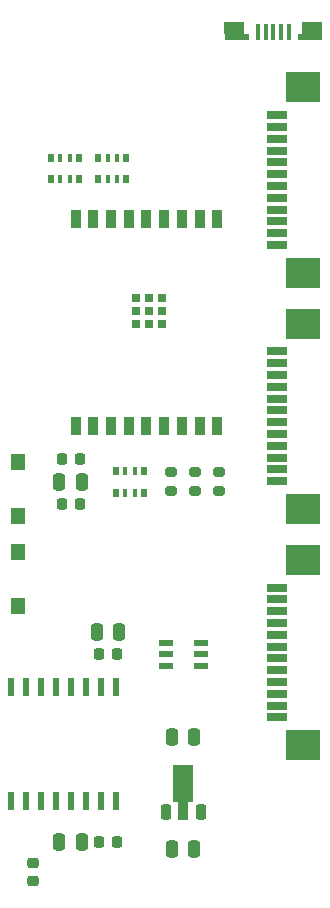
<source format=gbr>
%TF.GenerationSoftware,KiCad,Pcbnew,9.0.2*%
%TF.CreationDate,2025-06-09T09:54:49+03:00*%
%TF.ProjectId,PMMCU-ESP32C3,504d4d43-552d-4455-9350-333243332e6b,rev?*%
%TF.SameCoordinates,Original*%
%TF.FileFunction,Paste,Top*%
%TF.FilePolarity,Positive*%
%FSLAX46Y46*%
G04 Gerber Fmt 4.6, Leading zero omitted, Abs format (unit mm)*
G04 Created by KiCad (PCBNEW 9.0.2) date 2025-06-09 09:54:49*
%MOMM*%
%LPD*%
G01*
G04 APERTURE LIST*
G04 Aperture macros list*
%AMRoundRect*
0 Rectangle with rounded corners*
0 $1 Rounding radius*
0 $2 $3 $4 $5 $6 $7 $8 $9 X,Y pos of 4 corners*
0 Add a 4 corners polygon primitive as box body*
4,1,4,$2,$3,$4,$5,$6,$7,$8,$9,$2,$3,0*
0 Add four circle primitives for the rounded corners*
1,1,$1+$1,$2,$3*
1,1,$1+$1,$4,$5*
1,1,$1+$1,$6,$7*
1,1,$1+$1,$8,$9*
0 Add four rect primitives between the rounded corners*
20,1,$1+$1,$2,$3,$4,$5,0*
20,1,$1+$1,$4,$5,$6,$7,0*
20,1,$1+$1,$6,$7,$8,$9,0*
20,1,$1+$1,$8,$9,$2,$3,0*%
%AMFreePoly0*
4,1,9,3.862500,-0.866500,0.737500,-0.866500,0.737500,-0.450000,-0.737500,-0.450000,-0.737500,0.450000,0.737500,0.450000,0.737500,0.866500,3.862500,0.866500,3.862500,-0.866500,3.862500,-0.866500,$1*%
G04 Aperture macros list end*
%ADD10R,1.803400X0.635000*%
%ADD11R,2.997200X2.590800*%
%ADD12R,1.244600X1.346200*%
%ADD13R,0.889000X1.498600*%
%ADD14R,0.711200X0.711200*%
%ADD15RoundRect,0.225000X0.225000X0.250000X-0.225000X0.250000X-0.225000X-0.250000X0.225000X-0.250000X0*%
%ADD16RoundRect,0.225000X0.225000X-0.425000X0.225000X0.425000X-0.225000X0.425000X-0.225000X-0.425000X0*%
%ADD17FreePoly0,90.000000*%
%ADD18R,0.406400X1.350000*%
%ADD19R,1.679095X1.075150*%
%ADD20R,2.108196X0.525058*%
%ADD21R,0.500000X0.800000*%
%ADD22R,0.400000X0.800000*%
%ADD23RoundRect,0.250000X0.250000X0.475000X-0.250000X0.475000X-0.250000X-0.475000X0.250000X-0.475000X0*%
%ADD24R,0.482600X1.549400*%
%ADD25RoundRect,0.200000X0.275000X-0.200000X0.275000X0.200000X-0.275000X0.200000X-0.275000X-0.200000X0*%
%ADD26R,1.181100X0.558800*%
%ADD27RoundRect,0.225000X-0.225000X-0.250000X0.225000X-0.250000X0.225000X0.250000X-0.225000X0.250000X0*%
%ADD28RoundRect,0.225000X0.250000X-0.225000X0.250000X0.225000X-0.250000X0.225000X-0.250000X-0.225000X0*%
G04 APERTURE END LIST*
D10*
%TO.C,J3*%
X24444000Y24500008D03*
X24444000Y25500006D03*
X24444000Y26500004D03*
X24444000Y27500002D03*
X24444000Y28500000D03*
X24444000Y29500000D03*
X24444000Y30500000D03*
X24444000Y31500000D03*
X24444000Y32499998D03*
X24444000Y33499996D03*
X24444000Y34499994D03*
X24444000Y35499992D03*
D11*
X26614001Y22149997D03*
X26614001Y37850003D03*
%TD*%
D10*
%TO.C,J2*%
X24444000Y4500008D03*
X24444000Y5500006D03*
X24444000Y6500004D03*
X24444000Y7500002D03*
X24444000Y8500000D03*
X24444000Y9500000D03*
X24444000Y10500000D03*
X24444000Y11500000D03*
X24444000Y12499998D03*
X24444000Y13499996D03*
X24444000Y14499994D03*
X24444000Y15499992D03*
D11*
X26614001Y2149997D03*
X26614001Y17850003D03*
%TD*%
D12*
%TO.C,SW2*%
X2540000Y6096000D03*
X2540000Y1524000D03*
%TD*%
D13*
%TO.C,U1*%
X7390002Y9170000D03*
X8890001Y9170000D03*
X10390001Y9170000D03*
X11890000Y9170000D03*
X13390000Y9170000D03*
X14890000Y9170000D03*
X16390002Y9170000D03*
X17890001Y9170000D03*
X19390001Y9170000D03*
X19389998Y26670000D03*
X17889999Y26670000D03*
X16389999Y26670000D03*
X14890000Y26670000D03*
X13390000Y26670000D03*
X11890000Y26670000D03*
X10389998Y26670000D03*
X8889999Y26670000D03*
X7389999Y26670000D03*
D14*
X12490000Y17780000D03*
X13590000Y17780000D03*
X14690000Y17780000D03*
X12490000Y18880000D03*
X13590000Y18880000D03*
X14690000Y18880000D03*
X12490000Y19980000D03*
X13590000Y19980000D03*
X14690000Y19980000D03*
%TD*%
D15*
%TO.C,C8*%
X10935000Y-10160000D03*
X9385000Y-10160000D03*
%TD*%
%TO.C,C1*%
X7760000Y2540000D03*
X6210000Y2540000D03*
%TD*%
D16*
%TO.C,U2*%
X15010000Y-23540000D03*
D17*
X16510000Y-23452500D03*
D16*
X18010000Y-23540000D03*
%TD*%
D18*
%TO.C,J1*%
X25430000Y42527092D03*
X24780014Y42527092D03*
X24130028Y42527092D03*
X23480042Y42527092D03*
D19*
X27444579Y42914733D03*
D20*
X27230029Y42114629D03*
D18*
X22830056Y42527092D03*
D20*
X21030031Y42114621D03*
D19*
X20815481Y42914725D03*
%TD*%
D15*
%TO.C,C5*%
X7760000Y6350000D03*
X6210000Y6350000D03*
%TD*%
D21*
%TO.C,RN2*%
X10800000Y3545000D03*
D22*
X11600000Y3545000D03*
X12400000Y3545000D03*
D21*
X13200000Y3545000D03*
X13200000Y5345000D03*
D22*
X12400000Y5345000D03*
X11600000Y5345000D03*
D21*
X10800000Y5345000D03*
%TD*%
D23*
%TO.C,C10*%
X17460000Y-26670000D03*
X15560000Y-26670000D03*
%TD*%
D24*
%TO.C,U6*%
X10795000Y-12954000D03*
X9525000Y-12954000D03*
X8255000Y-12954000D03*
X6985000Y-12954000D03*
X5715000Y-12954000D03*
X4445000Y-12954000D03*
X3175000Y-12954000D03*
X1905000Y-12954000D03*
X1905000Y-22606000D03*
X3175000Y-22606000D03*
X4445000Y-22606000D03*
X5715000Y-22606000D03*
X6985000Y-22606000D03*
X8255000Y-22606000D03*
X9525000Y-22606000D03*
X10795000Y-22606000D03*
%TD*%
D10*
%TO.C,J4*%
X24444000Y-15499992D03*
X24444000Y-14499994D03*
X24444000Y-13499996D03*
X24444000Y-12499998D03*
X24444000Y-11500000D03*
X24444000Y-10500000D03*
X24444000Y-9500000D03*
X24444000Y-8500000D03*
X24444000Y-7500002D03*
X24444000Y-6500004D03*
X24444000Y-5500006D03*
X24444000Y-4500008D03*
D11*
X26614001Y-17850003D03*
X26614001Y-2149997D03*
%TD*%
D25*
%TO.C,R3*%
X17500000Y3675000D03*
X17500000Y5325000D03*
%TD*%
D23*
%TO.C,C3*%
X7935000Y-26035000D03*
X6035000Y-26035000D03*
%TD*%
D26*
%TO.C,U5*%
X15043150Y-9209999D03*
X15043150Y-10160000D03*
X15043150Y-11110001D03*
X17976850Y-11110001D03*
X17976850Y-10160000D03*
X17976850Y-9209999D03*
%TD*%
D27*
%TO.C,C9*%
X9385000Y-26035000D03*
X10935000Y-26035000D03*
%TD*%
D23*
%TO.C,C6*%
X11110000Y-8255000D03*
X9210000Y-8255000D03*
%TD*%
D25*
%TO.C,R1*%
X19500000Y3675000D03*
X19500000Y5325000D03*
%TD*%
D23*
%TO.C,C4*%
X17460000Y-17145000D03*
X15560000Y-17145000D03*
%TD*%
%TO.C,C2*%
X7935000Y4445000D03*
X6035000Y4445000D03*
%TD*%
D12*
%TO.C,SW1*%
X2540000Y-6096000D03*
X2540000Y-1524000D03*
%TD*%
D25*
%TO.C,R5*%
X15500000Y3675000D03*
X15500000Y5325000D03*
%TD*%
D21*
%TO.C,RN3*%
X7700000Y31900000D03*
D22*
X6900000Y31900000D03*
X6100000Y31900000D03*
D21*
X5300000Y31900000D03*
X5300000Y30100000D03*
D22*
X6100000Y30100000D03*
X6900000Y30100000D03*
D21*
X7700000Y30100000D03*
%TD*%
%TO.C,RN1*%
X11700000Y31900000D03*
D22*
X10900000Y31900000D03*
X10100000Y31900000D03*
D21*
X9300000Y31900000D03*
X9300000Y30100000D03*
D22*
X10100000Y30100000D03*
X10900000Y30100000D03*
D21*
X11700000Y30100000D03*
%TD*%
D28*
%TO.C,C7*%
X3810000Y-29350000D03*
X3810000Y-27800000D03*
%TD*%
M02*

</source>
